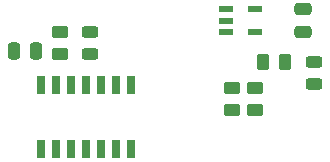
<source format=gbr>
%TF.GenerationSoftware,KiCad,Pcbnew,8.0.0-8.0.0-1~ubuntu20.04.1*%
%TF.CreationDate,2024-03-10T03:56:21-05:00*%
%TF.ProjectId,avr16dd14_dev_board,61767231-3664-4643-9134-5f6465765f62,rev?*%
%TF.SameCoordinates,Original*%
%TF.FileFunction,Paste,Top*%
%TF.FilePolarity,Positive*%
%FSLAX46Y46*%
G04 Gerber Fmt 4.6, Leading zero omitted, Abs format (unit mm)*
G04 Created by KiCad (PCBNEW 8.0.0-8.0.0-1~ubuntu20.04.1) date 2024-03-10 03:56:21*
%MOMM*%
%LPD*%
G01*
G04 APERTURE LIST*
G04 Aperture macros list*
%AMRoundRect*
0 Rectangle with rounded corners*
0 $1 Rounding radius*
0 $2 $3 $4 $5 $6 $7 $8 $9 X,Y pos of 4 corners*
0 Add a 4 corners polygon primitive as box body*
4,1,4,$2,$3,$4,$5,$6,$7,$8,$9,$2,$3,0*
0 Add four circle primitives for the rounded corners*
1,1,$1+$1,$2,$3*
1,1,$1+$1,$4,$5*
1,1,$1+$1,$6,$7*
1,1,$1+$1,$8,$9*
0 Add four rect primitives between the rounded corners*
20,1,$1+$1,$2,$3,$4,$5,0*
20,1,$1+$1,$4,$5,$6,$7,0*
20,1,$1+$1,$6,$7,$8,$9,0*
20,1,$1+$1,$8,$9,$2,$3,0*%
G04 Aperture macros list end*
%ADD10R,1.150000X0.600000*%
%ADD11R,0.650000X1.500000*%
%ADD12RoundRect,0.243750X0.456250X-0.243750X0.456250X0.243750X-0.456250X0.243750X-0.456250X-0.243750X0*%
%ADD13RoundRect,0.250000X-0.450000X0.262500X-0.450000X-0.262500X0.450000X-0.262500X0.450000X0.262500X0*%
%ADD14RoundRect,0.250000X0.262500X0.450000X-0.262500X0.450000X-0.262500X-0.450000X0.262500X-0.450000X0*%
%ADD15RoundRect,0.250000X0.450000X-0.262500X0.450000X0.262500X-0.450000X0.262500X-0.450000X-0.262500X0*%
%ADD16RoundRect,0.250000X0.475000X-0.250000X0.475000X0.250000X-0.475000X0.250000X-0.475000X-0.250000X0*%
%ADD17RoundRect,0.250000X0.250000X0.475000X-0.250000X0.475000X-0.250000X-0.475000X0.250000X-0.475000X0*%
G04 APERTURE END LIST*
D10*
%TO.C,IC2*%
X134000000Y-73550000D03*
X134000000Y-74500000D03*
X134000000Y-75450000D03*
X136500000Y-75450000D03*
X136500000Y-73550000D03*
%TD*%
D11*
%TO.C,IC1*%
X118380000Y-85400000D03*
X119650000Y-85400000D03*
X120920000Y-85400000D03*
X122190000Y-85400000D03*
X123460000Y-85400000D03*
X124730000Y-85400000D03*
X126000000Y-85400000D03*
X126000000Y-80000000D03*
X124730000Y-80000000D03*
X123460000Y-80000000D03*
X122190000Y-80000000D03*
X120920000Y-80000000D03*
X119650000Y-80000000D03*
X118380000Y-80000000D03*
%TD*%
D12*
%TO.C,D2*%
X122500000Y-77375000D03*
X122500000Y-75500000D03*
%TD*%
D13*
%TO.C,R5*%
X120000000Y-75500000D03*
X120000000Y-77325000D03*
%TD*%
D14*
%TO.C,R4*%
X139000000Y-78050000D03*
X137175000Y-78050000D03*
%TD*%
D15*
%TO.C,R3*%
X136500000Y-82050000D03*
X136500000Y-80225000D03*
%TD*%
%TO.C,R2*%
X134500000Y-82050000D03*
X134500000Y-80225000D03*
%TD*%
D12*
%TO.C,D1*%
X141500000Y-79875000D03*
X141500000Y-78000000D03*
%TD*%
D16*
%TO.C,C2*%
X140500000Y-73550000D03*
X140500000Y-75450000D03*
%TD*%
D17*
%TO.C,C1*%
X117950000Y-77050000D03*
X116050000Y-77050000D03*
%TD*%
M02*

</source>
